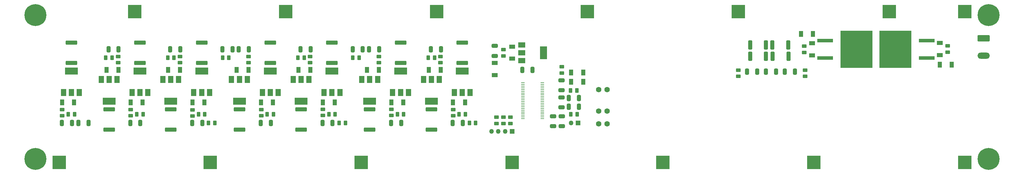
<source format=gbr>
%TF.GenerationSoftware,KiCad,Pcbnew,6.0.8-f2edbf62ab~116~ubuntu22.04.1*%
%TF.CreationDate,2022-10-14T18:08:29+02:00*%
%TF.ProjectId,bms,626d732e-6b69-4636-9164-5f7063625858,rev?*%
%TF.SameCoordinates,Original*%
%TF.FileFunction,Soldermask,Top*%
%TF.FilePolarity,Negative*%
%FSLAX46Y46*%
G04 Gerber Fmt 4.6, Leading zero omitted, Abs format (unit mm)*
G04 Created by KiCad (PCBNEW 6.0.8-f2edbf62ab~116~ubuntu22.04.1) date 2022-10-14 18:08:29*
%MOMM*%
%LPD*%
G01*
G04 APERTURE LIST*
G04 Aperture macros list*
%AMRoundRect*
0 Rectangle with rounded corners*
0 $1 Rounding radius*
0 $2 $3 $4 $5 $6 $7 $8 $9 X,Y pos of 4 corners*
0 Add a 4 corners polygon primitive as box body*
4,1,4,$2,$3,$4,$5,$6,$7,$8,$9,$2,$3,0*
0 Add four circle primitives for the rounded corners*
1,1,$1+$1,$2,$3*
1,1,$1+$1,$4,$5*
1,1,$1+$1,$6,$7*
1,1,$1+$1,$8,$9*
0 Add four rect primitives between the rounded corners*
20,1,$1+$1,$2,$3,$4,$5,0*
20,1,$1+$1,$4,$5,$6,$7,0*
20,1,$1+$1,$6,$7,$8,$9,0*
20,1,$1+$1,$8,$9,$2,$3,0*%
G04 Aperture macros list end*
%ADD10R,4.600000X1.100000*%
%ADD11R,9.400000X10.800000*%
%ADD12R,1.300000X1.700000*%
%ADD13R,1.700000X1.300000*%
%ADD14R,4.000000X4.000000*%
%ADD15C,0.800000*%
%ADD16C,6.400000*%
%ADD17R,1.500000X2.000000*%
%ADD18R,3.800000X2.000000*%
%ADD19RoundRect,0.250000X0.325000X0.650000X-0.325000X0.650000X-0.325000X-0.650000X0.325000X-0.650000X0*%
%ADD20RoundRect,0.250000X-0.262500X-0.450000X0.262500X-0.450000X0.262500X0.450000X-0.262500X0.450000X0*%
%ADD21RoundRect,0.250000X-0.450000X0.262500X-0.450000X-0.262500X0.450000X-0.262500X0.450000X0.262500X0*%
%ADD22RoundRect,0.250000X-1.425000X0.362500X-1.425000X-0.362500X1.425000X-0.362500X1.425000X0.362500X0*%
%ADD23RoundRect,0.250000X0.650000X-0.325000X0.650000X0.325000X-0.650000X0.325000X-0.650000X-0.325000X0*%
%ADD24R,1.350000X1.350000*%
%ADD25O,1.350000X1.350000*%
%ADD26RoundRect,0.250000X-0.362500X-1.075000X0.362500X-1.075000X0.362500X1.075000X-0.362500X1.075000X0*%
%ADD27C,1.600000*%
%ADD28RoundRect,0.250000X-0.650000X0.325000X-0.650000X-0.325000X0.650000X-0.325000X0.650000X0.325000X0*%
%ADD29RoundRect,0.250000X0.262500X0.450000X-0.262500X0.450000X-0.262500X-0.450000X0.262500X-0.450000X0*%
%ADD30RoundRect,0.250000X1.425000X-0.362500X1.425000X0.362500X-1.425000X0.362500X-1.425000X-0.362500X0*%
%ADD31RoundRect,0.250000X0.450000X-0.262500X0.450000X0.262500X-0.450000X0.262500X-0.450000X-0.262500X0*%
%ADD32R,2.000000X1.500000*%
%ADD33R,2.000000X3.800000*%
%ADD34RoundRect,0.250000X-1.550000X0.650000X-1.550000X-0.650000X1.550000X-0.650000X1.550000X0.650000X0*%
%ADD35O,3.600000X1.800000*%
%ADD36R,1.100000X0.285000*%
%ADD37RoundRect,0.250000X-0.325000X-0.650000X0.325000X-0.650000X0.325000X0.650000X-0.325000X0.650000X0*%
G04 APERTURE END LIST*
D10*
%TO.C,Q15*%
X363975000Y-116552500D03*
D11*
X354825000Y-114012500D03*
D10*
X363975000Y-111472500D03*
%TD*%
%TO.C,Q14*%
X334275000Y-111460000D03*
D11*
X343425000Y-114000000D03*
D10*
X334275000Y-116540000D03*
%TD*%
D12*
%TO.C,D21*%
X260250000Y-120750000D03*
X263750000Y-120750000D03*
%TD*%
D13*
%TO.C,D20*%
X243000000Y-113250000D03*
X243000000Y-116750000D03*
%TD*%
%TO.C,D19*%
X367750000Y-115662500D03*
X367750000Y-112162500D03*
%TD*%
D12*
%TO.C,D18*%
X367750000Y-118500000D03*
X371250000Y-118500000D03*
%TD*%
%TO.C,D17*%
X330750000Y-109500000D03*
X327250000Y-109500000D03*
%TD*%
D13*
%TO.C,D16*%
X330500000Y-112250000D03*
X330500000Y-115750000D03*
%TD*%
%TO.C,D15*%
X238000000Y-118000000D03*
X238000000Y-121500000D03*
%TD*%
D12*
%TO.C,D14*%
X260250000Y-123500000D03*
X263750000Y-123500000D03*
%TD*%
%TO.C,D13*%
X225800000Y-129500000D03*
X229300000Y-129500000D03*
%TD*%
%TO.C,D12*%
X222200000Y-120000000D03*
X218700000Y-120000000D03*
%TD*%
%TO.C,D11*%
X207800000Y-129500000D03*
X211300000Y-129500000D03*
%TD*%
%TO.C,D10*%
X204200000Y-120000000D03*
X200700000Y-120000000D03*
%TD*%
%TO.C,D9*%
X187800000Y-129500000D03*
X191300000Y-129500000D03*
%TD*%
%TO.C,D8*%
X184200000Y-120000000D03*
X180700000Y-120000000D03*
%TD*%
%TO.C,D7*%
X169800000Y-129500000D03*
X173300000Y-129500000D03*
%TD*%
%TO.C,D6*%
X166200000Y-120000000D03*
X162700000Y-120000000D03*
%TD*%
%TO.C,D5*%
X149800000Y-129500000D03*
X153300000Y-129500000D03*
%TD*%
%TO.C,D4*%
X146200000Y-120000000D03*
X142700000Y-120000000D03*
%TD*%
%TO.C,D3*%
X131750000Y-129500000D03*
X135250000Y-129500000D03*
%TD*%
%TO.C,D2*%
X128250000Y-120000000D03*
X124750000Y-120000000D03*
%TD*%
%TO.C,D1*%
X111800000Y-129500000D03*
X115300000Y-129500000D03*
%TD*%
D14*
%TO.C,BattPos1*%
X375000000Y-103000000D03*
%TD*%
%TO.C,BattNeg1*%
X111000000Y-147000000D03*
%TD*%
%TO.C,Batt12*%
X375000000Y-147000000D03*
%TD*%
%TO.C,Batt11*%
X353000000Y-103000000D03*
%TD*%
%TO.C,Batt10*%
X331000000Y-147000000D03*
%TD*%
%TO.C,Batt9*%
X309000000Y-103000000D03*
%TD*%
%TO.C,Batt8*%
X287000000Y-147000000D03*
%TD*%
%TO.C,Batt7*%
X265000000Y-103000000D03*
%TD*%
%TO.C,Batt6*%
X243000000Y-147000000D03*
%TD*%
%TO.C,Batt5*%
X221000000Y-103000000D03*
%TD*%
%TO.C,Batt4*%
X199000000Y-147000000D03*
%TD*%
%TO.C,Batt3*%
X177000000Y-103000000D03*
%TD*%
%TO.C,Batt2*%
X155000000Y-147000000D03*
%TD*%
%TO.C,Batt1*%
X133000000Y-103000000D03*
%TD*%
D15*
%TO.C,H4*%
X382000000Y-101600000D03*
X383697056Y-105697056D03*
X383697056Y-102302944D03*
X384400000Y-104000000D03*
D16*
X382000000Y-104000000D03*
D15*
X382000000Y-106400000D03*
X380302944Y-102302944D03*
X380302944Y-105697056D03*
X379600000Y-104000000D03*
%TD*%
%TO.C,H3*%
X382000000Y-143600000D03*
X383697056Y-147697056D03*
X383697056Y-144302944D03*
X384400000Y-146000000D03*
D16*
X382000000Y-146000000D03*
D15*
X382000000Y-148400000D03*
X380302944Y-144302944D03*
X380302944Y-147697056D03*
X379600000Y-146000000D03*
%TD*%
%TO.C,H2*%
X104000000Y-101600000D03*
X105697056Y-105697056D03*
X105697056Y-102302944D03*
X106400000Y-104000000D03*
D16*
X104000000Y-104000000D03*
D15*
X104000000Y-106400000D03*
X102302944Y-102302944D03*
X102302944Y-105697056D03*
X101600000Y-104000000D03*
%TD*%
%TO.C,H1*%
X104000000Y-143600000D03*
X105697056Y-147697056D03*
X105697056Y-144302944D03*
X106400000Y-146000000D03*
D16*
X104000000Y-146000000D03*
D15*
X104000000Y-148400000D03*
X102302944Y-144302944D03*
X102302944Y-147697056D03*
X101600000Y-146000000D03*
%TD*%
D17*
%TO.C,Q12*%
X221800000Y-122850000D03*
X219500000Y-122850000D03*
D18*
X219500000Y-129150000D03*
D17*
X217200000Y-122850000D03*
%TD*%
D19*
%TO.C,C3*%
X210675000Y-135500000D03*
X207725000Y-135500000D03*
%TD*%
%TO.C,C18*%
X319975000Y-120500000D03*
X317025000Y-120500000D03*
%TD*%
%TO.C,C21*%
X262475000Y-128264113D03*
X259525000Y-128264113D03*
%TD*%
%TO.C,C11*%
X204275000Y-114000000D03*
X201325000Y-114000000D03*
%TD*%
D20*
%TO.C,R36*%
X142587500Y-116500000D03*
X144412500Y-116500000D03*
%TD*%
D21*
%TO.C,R24*%
X187850000Y-131500000D03*
X187850000Y-133325000D03*
%TD*%
D22*
%TO.C,R11*%
X210500000Y-112037500D03*
X210500000Y-117962500D03*
%TD*%
D23*
%TO.C,C26*%
X257459039Y-130975000D03*
X257459039Y-128025000D03*
%TD*%
D17*
%TO.C,Q11*%
X208200000Y-126650000D03*
D18*
X210500000Y-120350000D03*
D17*
X210500000Y-126650000D03*
X212800000Y-126650000D03*
%TD*%
D21*
%TO.C,R51*%
X238500000Y-133837500D03*
X238500000Y-135662500D03*
%TD*%
D24*
%TO.C,Comm1*%
X243000000Y-138000000D03*
D25*
X241000000Y-138000000D03*
X239000000Y-138000000D03*
X237000000Y-138000000D03*
%TD*%
D21*
%TO.C,R33*%
X149850000Y-131675000D03*
X149850000Y-133500000D03*
%TD*%
D26*
%TO.C,RSense3*%
X318937500Y-112750000D03*
X323562500Y-112750000D03*
%TD*%
D19*
%TO.C,C5*%
X184275000Y-114000000D03*
X181325000Y-114000000D03*
%TD*%
%TO.C,C4*%
X190675000Y-135500000D03*
X187725000Y-135500000D03*
%TD*%
D27*
%TO.C,TH10K1*%
X268250000Y-125750000D03*
X270750000Y-125750000D03*
%TD*%
D26*
%TO.C,RSense1*%
X312437500Y-112750000D03*
X317062500Y-112750000D03*
%TD*%
D19*
%TO.C,C24*%
X248975000Y-120000000D03*
X246025000Y-120000000D03*
%TD*%
D22*
%TO.C,R13*%
X228500000Y-112037500D03*
X228500000Y-117962500D03*
%TD*%
D19*
%TO.C,C1*%
X228675000Y-135500000D03*
X225725000Y-135500000D03*
%TD*%
D22*
%TO.C,R1*%
X114500000Y-112037500D03*
X114500000Y-117962500D03*
%TD*%
D19*
%TO.C,C10*%
X128275000Y-114000000D03*
X125325000Y-114000000D03*
%TD*%
%TO.C,C12*%
X199475000Y-114000000D03*
X196525000Y-114000000D03*
%TD*%
D28*
%TO.C,C27*%
X238000000Y-113025000D03*
X238000000Y-115975000D03*
%TD*%
D17*
%TO.C,Q5*%
X150200000Y-126650000D03*
X152500000Y-126650000D03*
D18*
X152500000Y-120350000D03*
D17*
X154800000Y-126650000D03*
%TD*%
D26*
%TO.C,RSense4*%
X319000000Y-116000000D03*
X323625000Y-116000000D03*
%TD*%
D22*
%TO.C,R7*%
X172500000Y-112037500D03*
X172500000Y-117962500D03*
%TD*%
%TO.C,R5*%
X152500000Y-112037500D03*
X152500000Y-117962500D03*
%TD*%
D19*
%TO.C,C20*%
X325475000Y-120500000D03*
X322525000Y-120500000D03*
%TD*%
D29*
%TO.C,R23*%
X194412500Y-135500000D03*
X192587500Y-135500000D03*
%TD*%
%TO.C,R32*%
X156325000Y-135500000D03*
X154500000Y-135500000D03*
%TD*%
D30*
%TO.C,R6*%
X163500000Y-137462500D03*
X163500000Y-131537500D03*
%TD*%
D24*
%TO.C,MCUPower1*%
X262250000Y-135500000D03*
D25*
X260250000Y-135500000D03*
%TD*%
D19*
%TO.C,C2*%
X222275000Y-114000000D03*
X219325000Y-114000000D03*
%TD*%
D21*
%TO.C,R43*%
X309000000Y-120087500D03*
X309000000Y-121912500D03*
%TD*%
D19*
%TO.C,C9*%
X134625000Y-135500000D03*
X131675000Y-135500000D03*
%TD*%
D21*
%TO.C,R28*%
X169850000Y-131587500D03*
X169850000Y-133412500D03*
%TD*%
D31*
%TO.C,R47*%
X240500000Y-114087500D03*
X240500000Y-115912500D03*
%TD*%
D17*
%TO.C,Q2*%
X127800000Y-122850000D03*
X125500000Y-122850000D03*
D18*
X125500000Y-129150000D03*
D17*
X123200000Y-122850000D03*
%TD*%
D20*
%TO.C,R18*%
X218587500Y-116500000D03*
X220412500Y-116500000D03*
%TD*%
D19*
%TO.C,C6*%
X172675000Y-135500000D03*
X169725000Y-135500000D03*
%TD*%
D21*
%TO.C,R50*%
X240500000Y-133837500D03*
X240500000Y-135662500D03*
%TD*%
D23*
%TO.C,C25*%
X257459039Y-125975000D03*
X257459039Y-123025000D03*
%TD*%
D20*
%TO.C,R27*%
X180587500Y-116500000D03*
X182412500Y-116500000D03*
%TD*%
D21*
%TO.C,R19*%
X207850000Y-131500000D03*
X207850000Y-133325000D03*
%TD*%
D17*
%TO.C,Q9*%
X188200000Y-126650000D03*
D18*
X190500000Y-120350000D03*
D17*
X190500000Y-126650000D03*
X192800000Y-126650000D03*
%TD*%
D21*
%TO.C,R15*%
X225850000Y-131587500D03*
X225850000Y-133412500D03*
%TD*%
D29*
%TO.C,R53*%
X261912500Y-126000000D03*
X260087500Y-126000000D03*
%TD*%
D31*
%TO.C,R45*%
X328250000Y-114912500D03*
X328250000Y-113087500D03*
%TD*%
D29*
%TO.C,R14*%
X232412500Y-135500000D03*
X230587500Y-135500000D03*
%TD*%
D22*
%TO.C,R9*%
X190500000Y-112037500D03*
X190500000Y-117962500D03*
%TD*%
D21*
%TO.C,R46*%
X370000000Y-113000000D03*
X370000000Y-114825000D03*
%TD*%
D19*
%TO.C,C13*%
X166275000Y-114000000D03*
X163325000Y-114000000D03*
%TD*%
D17*
%TO.C,Q3*%
X132200000Y-126650000D03*
D18*
X134500000Y-120350000D03*
D17*
X134500000Y-126650000D03*
X136800000Y-126650000D03*
%TD*%
%TO.C,Q6*%
X165800000Y-122850000D03*
X163500000Y-122850000D03*
D18*
X163500000Y-129150000D03*
D17*
X161200000Y-122850000D03*
%TD*%
D30*
%TO.C,R4*%
X143500000Y-137462500D03*
X143500000Y-131537500D03*
%TD*%
D31*
%TO.C,R17*%
X222150000Y-117912500D03*
X222150000Y-116087500D03*
%TD*%
D29*
%TO.C,R29*%
X173412500Y-133000000D03*
X171587500Y-133000000D03*
%TD*%
D32*
%TO.C,Q16*%
X245850000Y-112700000D03*
X245850000Y-115000000D03*
D33*
X252150000Y-115000000D03*
D32*
X245850000Y-117300000D03*
%TD*%
D20*
%TO.C,R22*%
X196587500Y-116500000D03*
X198412500Y-116500000D03*
%TD*%
D26*
%TO.C,RSense2*%
X312437500Y-116000000D03*
X317062500Y-116000000D03*
%TD*%
D22*
%TO.C,R3*%
X134500000Y-112037500D03*
X134500000Y-117962500D03*
%TD*%
D34*
%TO.C,Battery1*%
X380557500Y-110777500D03*
D35*
X380557500Y-115857500D03*
%TD*%
D20*
%TO.C,R40*%
X124507500Y-116500000D03*
X126332500Y-116500000D03*
%TD*%
D29*
%TO.C,R34*%
X153412500Y-133000000D03*
X151587500Y-133000000D03*
%TD*%
D19*
%TO.C,C16*%
X114675000Y-135500000D03*
X111725000Y-135500000D03*
%TD*%
D31*
%TO.C,R21*%
X204150000Y-117912500D03*
X204150000Y-116087500D03*
%TD*%
%TO.C,R35*%
X146150000Y-117912500D03*
X146150000Y-116087500D03*
%TD*%
%TO.C,R30*%
X166150000Y-117912500D03*
X166150000Y-116087500D03*
%TD*%
D21*
%TO.C,R44*%
X328500000Y-120087500D03*
X328500000Y-121912500D03*
%TD*%
D23*
%TO.C,C19*%
X257500000Y-136475000D03*
X257500000Y-133525000D03*
%TD*%
D17*
%TO.C,Q7*%
X170200000Y-126650000D03*
D18*
X172500000Y-120350000D03*
D17*
X172500000Y-126650000D03*
X174800000Y-126650000D03*
%TD*%
D21*
%TO.C,R49*%
X242500000Y-133837500D03*
X242500000Y-135662500D03*
%TD*%
D19*
%TO.C,C15*%
X119475000Y-135500000D03*
X116525000Y-135500000D03*
%TD*%
D17*
%TO.C,Q8*%
X183800000Y-122850000D03*
X181500000Y-122850000D03*
D18*
X181500000Y-129150000D03*
D17*
X179200000Y-122850000D03*
%TD*%
D27*
%TO.C,TH10K3*%
X268250000Y-135750000D03*
X270750000Y-135750000D03*
%TD*%
D29*
%TO.C,R20*%
X211412500Y-133000000D03*
X209587500Y-133000000D03*
%TD*%
D31*
%TO.C,R48*%
X257500000Y-120912500D03*
X257500000Y-119087500D03*
%TD*%
D29*
%TO.C,R52*%
X262000000Y-133000000D03*
X260175000Y-133000000D03*
%TD*%
D17*
%TO.C,Q4*%
X145800000Y-122850000D03*
D18*
X143500000Y-129150000D03*
D17*
X143500000Y-122850000D03*
X141200000Y-122850000D03*
%TD*%
D31*
%TO.C,R39*%
X128150000Y-117912500D03*
X128150000Y-116087500D03*
%TD*%
D30*
%TO.C,R2*%
X125500000Y-137462500D03*
X125500000Y-131537500D03*
%TD*%
D17*
%TO.C,Q13*%
X226200000Y-126650000D03*
D18*
X228500000Y-120350000D03*
D17*
X228500000Y-126650000D03*
X230800000Y-126650000D03*
%TD*%
D20*
%TO.C,R31*%
X158587500Y-116500000D03*
X160412500Y-116500000D03*
%TD*%
D31*
%TO.C,R26*%
X184150000Y-117912500D03*
X184150000Y-116087500D03*
%TD*%
D29*
%TO.C,R25*%
X191412500Y-133000000D03*
X189587500Y-133000000D03*
%TD*%
D19*
%TO.C,C8*%
X146275000Y-114000000D03*
X143325000Y-114000000D03*
%TD*%
D29*
%TO.C,R38*%
X135412500Y-133000000D03*
X133587500Y-133000000D03*
%TD*%
D36*
%TO.C,U1*%
X251850000Y-134250000D03*
X251850000Y-133750000D03*
X251850000Y-133250000D03*
X251850000Y-132750000D03*
X251850000Y-132250000D03*
X251850000Y-131750000D03*
X251850000Y-131250000D03*
X251850000Y-130750000D03*
X251850000Y-130250000D03*
X251850000Y-129750000D03*
X251850000Y-129250000D03*
X251850000Y-128750000D03*
X251850000Y-128250000D03*
X251850000Y-127750000D03*
X251850000Y-127250000D03*
X251850000Y-126750000D03*
X251850000Y-126250000D03*
X251850000Y-125750000D03*
X251850000Y-125250000D03*
X251850000Y-124750000D03*
X251850000Y-124250000D03*
X251850000Y-123750000D03*
X246150000Y-123750000D03*
X246150000Y-124250000D03*
X246150000Y-124750000D03*
X246150000Y-125250000D03*
X246150000Y-125750000D03*
X246150000Y-126250000D03*
X246150000Y-126750000D03*
X246150000Y-127250000D03*
X246150000Y-127750000D03*
X246150000Y-128250000D03*
X246150000Y-128750000D03*
X246150000Y-129250000D03*
X246150000Y-129750000D03*
X246150000Y-130250000D03*
X246150000Y-130750000D03*
X246150000Y-131250000D03*
X246150000Y-131750000D03*
X246150000Y-132250000D03*
X246150000Y-132750000D03*
X246150000Y-133250000D03*
X246150000Y-133750000D03*
X246150000Y-134250000D03*
%TD*%
D19*
%TO.C,C22*%
X262475000Y-130764113D03*
X259525000Y-130764113D03*
%TD*%
%TO.C,C7*%
X152675000Y-135500000D03*
X149725000Y-135500000D03*
%TD*%
D29*
%TO.C,R16*%
X229412500Y-133000000D03*
X227587500Y-133000000D03*
%TD*%
D27*
%TO.C,TH10K2*%
X268250000Y-132000000D03*
X270750000Y-132000000D03*
%TD*%
D19*
%TO.C,C14*%
X161475000Y-114000000D03*
X158525000Y-114000000D03*
%TD*%
D30*
%TO.C,R12*%
X219500000Y-137462500D03*
X219500000Y-131537500D03*
%TD*%
D37*
%TO.C,C17*%
X311525000Y-120500000D03*
X314475000Y-120500000D03*
%TD*%
D28*
%TO.C,C23*%
X255000000Y-133525000D03*
X255000000Y-136475000D03*
%TD*%
D17*
%TO.C,Q1*%
X112200000Y-126650000D03*
D18*
X114500000Y-120350000D03*
D17*
X114500000Y-126650000D03*
X116800000Y-126650000D03*
%TD*%
D29*
%TO.C,R42*%
X115412500Y-133000000D03*
X113587500Y-133000000D03*
%TD*%
D30*
%TO.C,R10*%
X201500000Y-137462500D03*
X201500000Y-131537500D03*
%TD*%
%TO.C,R8*%
X181500000Y-137462500D03*
X181500000Y-131537500D03*
%TD*%
D21*
%TO.C,R37*%
X131800000Y-131587500D03*
X131800000Y-133412500D03*
%TD*%
%TO.C,R41*%
X111850000Y-131587500D03*
X111850000Y-133412500D03*
%TD*%
D17*
%TO.C,Q10*%
X203800000Y-122850000D03*
D18*
X201500000Y-129150000D03*
D17*
X201500000Y-122850000D03*
X199200000Y-122850000D03*
%TD*%
M02*

</source>
